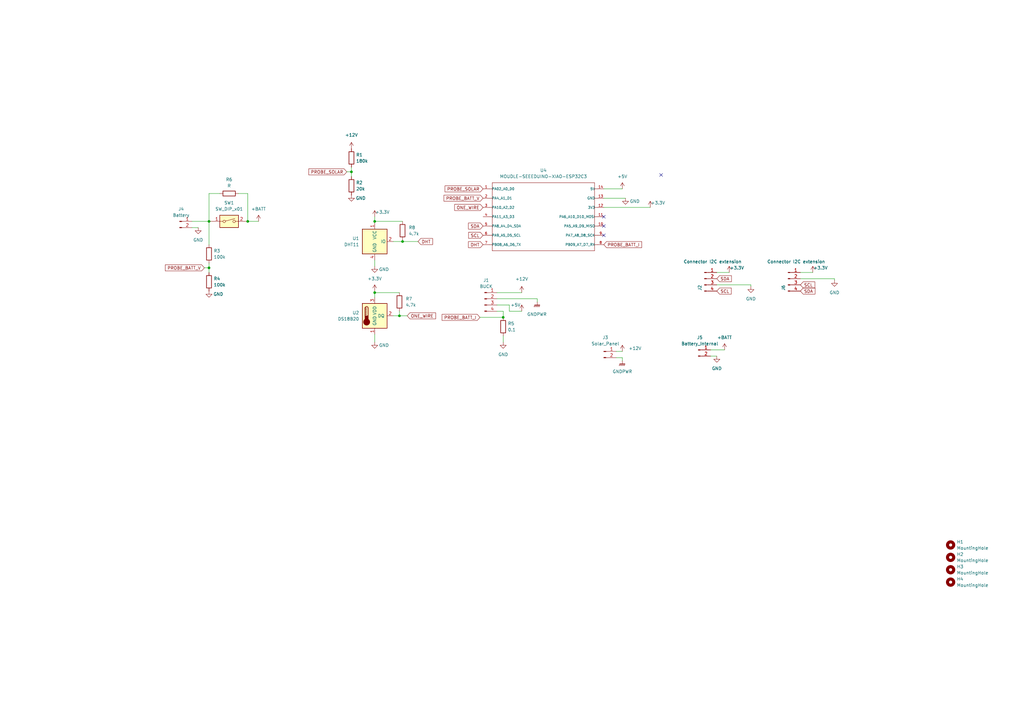
<source format=kicad_sch>
(kicad_sch (version 20211123) (generator eeschema)
  (paper "A3")
  (lib_symbols
    (symbol "Connector:Conn_01x02_Male" (pin_names (offset 1.016) hide)
      (property "Reference" "J" (at 0 2.54 0))
      (property "Value" "Conn_01x02_Male" (at 0 -5.08 0))
      (symbol "Conn_01x02_Male_1_1"
        (polyline (pts (xy 1.27 -2.54) (xy 0.8636 -2.54)) (stroke (width 0.1524)))
        (polyline (pts (xy 1.27 0) (xy 0.8636 0)) (stroke (width 0.1524)))
        (rectangle (start 0.8636 -2.413) (end 0 -2.667) (stroke (width 0.1524)) (fill (type outline)))
        (rectangle (start 0.8636 0.127) (end 0 -0.127) (stroke (width 0.1524)) (fill (type outline)))
        (pin passive line (at 5.08 0 180) (length 3.81) (name "Pin_1") (number "1"))
        (pin passive line (at 5.08 -2.54 180) (length 3.81) (name "Pin_2") (number "2"))
      )
    )
    (symbol "Connector:Conn_01x04_Male" (pin_names (offset 1.016) hide)
      (property "Reference" "J" (at 0 5.08 0))
      (property "Value" "Conn_01x04_Male" (at 0 -7.62 0))
      (symbol "Conn_01x04_Male_1_1"
        (polyline (pts (xy 1.27 -5.08) (xy 0.8636 -5.08)) (stroke (width 0.1524)))
        (polyline (pts (xy 1.27 -2.54) (xy 0.8636 -2.54)) (stroke (width 0.1524)))
        (polyline (pts (xy 1.27 0) (xy 0.8636 0)) (stroke (width 0.1524)))
        (polyline (pts (xy 1.27 2.54) (xy 0.8636 2.54)) (stroke (width 0.1524)))
        (rectangle (start 0.8636 -4.953) (end 0 -5.207) (stroke (width 0.1524)) (fill (type outline)))
        (rectangle (start 0.8636 -2.413) (end 0 -2.667) (stroke (width 0.1524)) (fill (type outline)))
        (rectangle (start 0.8636 0.127) (end 0 -0.127) (stroke (width 0.1524)) (fill (type outline)))
        (rectangle (start 0.8636 2.667) (end 0 2.413) (stroke (width 0.1524)) (fill (type outline)))
        (pin passive line (at 5.08 2.54 180) (length 3.81) (name "Pin_1") (number "1"))
        (pin passive line (at 5.08 0 180) (length 3.81) (name "Pin_2") (number "2"))
        (pin passive line (at 5.08 -2.54 180) (length 3.81) (name "Pin_3") (number "3"))
        (pin passive line (at 5.08 -5.08 180) (length 3.81) (name "Pin_4") (number "4"))
      )
    )
    (symbol "Device:R" (pin_numbers hide) (pin_names (offset 0))
      (property "Reference" "R" (at 2.032 0 90))
      (property "Value" "R" (at 0 0 90))
      (symbol "R_0_1"
        (rectangle (start -1.016 -2.54) (end 1.016 2.54) (stroke (width 0.254)))
      )
      (symbol "R_1_1"
        (pin passive line (at 0 3.81 270) (length 1.27) (name "~") (number "1"))
        (pin passive line (at 0 -3.81 90) (length 1.27) (name "~") (number "2"))
      )
    )
    (symbol "Mechanical:MountingHole" (pin_names (offset 1.016))
      (property "Reference" "H" (at 0 5.08 0))
      (property "Value" "MountingHole" (at 0 3.175 0))
      (symbol "MountingHole_0_1"
        (circle (center 0 0) (radius 1.27) (stroke (width 1.27)))
      )
    )
    (symbol "Project:MOUDLE-SEEEDUINO-XIAO-ESP32C3" (pin_names (offset 1.016))
      (property "Reference" "U" (at -21.59 15.24 0))
      (property "Value" "MOUDLE-SEEEDUINO-XIAO-ESP32C3" (at -21.59 13.97 0))
      (symbol "MOUDLE-SEEEDUINO-XIAO-ESP32C3_0_0"
        (polyline (pts (xy -21.59 -13.97) (xy -21.59 0)) (stroke (width 0.1524)))
        (polyline (pts (xy -21.59 -11.43) (xy -22.86 -11.43)) (stroke (width 0.1524)))
        (polyline (pts (xy -21.59 -7.62) (xy -22.86 -7.62)) (stroke (width 0.1524)))
        (polyline (pts (xy -21.59 -3.81) (xy -22.86 -3.81)) (stroke (width 0.1524)))
        (polyline (pts (xy -21.59 0) (xy -22.86 0)) (stroke (width 0.1524)))
        (polyline (pts (xy -21.59 0) (xy -21.59 3.81)) (stroke (width 0.1524)))
        (polyline (pts (xy -21.59 3.81) (xy -22.86 3.81)) (stroke (width 0.1524)))
        (polyline (pts (xy -21.59 3.81) (xy -21.59 7.62)) (stroke (width 0.1524)))
        (polyline (pts (xy -21.59 7.62) (xy -22.86 7.62)) (stroke (width 0.1524)))
        (polyline (pts (xy -21.59 7.62) (xy -21.59 11.43)) (stroke (width 0.1524)))
        (polyline (pts (xy -21.59 11.43) (xy -22.86 11.43)) (stroke (width 0.1524)))
        (polyline (pts (xy -21.59 11.43) (xy -21.59 13.97)) (stroke (width 0.1524)))
        (polyline (pts (xy -21.59 13.97) (xy 20.32 13.97)) (stroke (width 0.1524)))
        (polyline (pts (xy 20.32 -13.97) (xy -21.59 -13.97)) (stroke (width 0.1524)))
        (polyline (pts (xy 20.32 3.81) (xy 20.32 -13.97)) (stroke (width 0.1524)))
        (polyline (pts (xy 20.32 7.62) (xy 20.32 3.81)) (stroke (width 0.1524)))
        (polyline (pts (xy 20.32 11.43) (xy 20.32 7.62)) (stroke (width 0.1524)))
        (polyline (pts (xy 20.32 13.97) (xy 20.32 11.43)) (stroke (width 0.1524)))
        (polyline (pts (xy 21.59 -11.43) (xy 20.32 -11.43)) (stroke (width 0.1524)))
        (polyline (pts (xy 21.59 -7.62) (xy 20.32 -7.62)) (stroke (width 0.1524)))
        (polyline (pts (xy 21.59 -3.81) (xy 20.32 -3.81)) (stroke (width 0.1524)))
        (polyline (pts (xy 21.59 0) (xy 20.32 0)) (stroke (width 0.1524)))
        (polyline (pts (xy 21.59 3.81) (xy 20.32 3.81)) (stroke (width 0.1524)))
        (polyline (pts (xy 21.59 7.62) (xy 20.32 7.62)) (stroke (width 0.1524)))
        (polyline (pts (xy 21.59 11.43) (xy 20.32 11.43)) (stroke (width 0.1524)))
        (pin bidirectional line (at -25.4 11.43 0) (length 2.54) (name "PA02_A0_D0") (number "1"))
        (pin bidirectional line (at 24.13 -3.81 180) (length 2.54) (name "PA5_A9_D9_MISO") (number "10"))
        (pin bidirectional line (at 24.13 0 180) (length 2.54) (name "PA6_A10_D10_MOSI") (number "11"))
        (pin bidirectional line (at 24.13 3.81 180) (length 2.54) (name "3V3") (number "12"))
        (pin bidirectional line (at 24.13 7.62 180) (length 2.54) (name "GND") (number "13"))
        (pin bidirectional line (at 24.13 11.43 180) (length 2.54) (name "5V") (number "14"))
        (pin bidirectional line (at -25.4 7.62 0) (length 2.54) (name "PA4_A1_D1") (number "2"))
        (pin bidirectional line (at -25.4 3.81 0) (length 2.54) (name "PA10_A2_D2") (number "3"))
        (pin bidirectional line (at -25.4 0 0) (length 2.54) (name "PA11_A3_D3") (number "4"))
        (pin bidirectional line (at -25.4 -3.81 0) (length 2.54) (name "PA8_A4_D4_SDA") (number "5"))
        (pin bidirectional line (at -25.4 -7.62 0) (length 2.54) (name "PA9_A5_D5_SCL") (number "6"))
        (pin bidirectional line (at -25.4 -11.43 0) (length 2.54) (name "PB08_A6_D6_TX") (number "7"))
        (pin bidirectional line (at 24.13 -11.43 180) (length 2.54) (name "PB09_A7_D7_RX") (number "8"))
        (pin bidirectional line (at 24.13 -7.62 180) (length 2.54) (name "PA7_A8_D8_SCK") (number "9"))
      )
    )
    (symbol "Sensor:DHT11"
      (property "Reference" "U" (at -3.81 6.35 0))
      (property "Value" "DHT11" (at 3.81 6.35 0))
      (symbol "DHT11_0_1"
        (rectangle (start -5.08 5.08) (end 5.08 -5.08) (stroke (width 0.254)) (fill (type background)))
      )
      (symbol "DHT11_1_1"
        (pin power_in line (at 0 7.62 270) (length 2.54) (name "VCC") (number "1"))
        (pin bidirectional line (at 7.62 0 180) (length 2.54) (name "IO") (number "2"))
        (pin no_connect line (at -5.08 0 0) (length 2.54) hide (name "NC") (number "3"))
        (pin power_in line (at 0 -7.62 90) (length 2.54) (name "GND") (number "4"))
      )
    )
    (symbol "Sensor_Temperature:DS18B20" (pin_names (offset 1.016))
      (property "Reference" "U" (at -3.81 6.35 0))
      (property "Value" "DS18B20" (at 6.35 6.35 0))
      (symbol "DS18B20_0_1"
        (rectangle (start -5.08 5.08) (end 5.08 -5.08) (stroke (width 0.254)) (fill (type background)))
        (circle (center -3.302 -2.54) (radius 1.27) (stroke (width 0.254)) (fill (type outline)))
        (rectangle (start -2.667 -1.905) (end -3.937 0) (stroke (width 0.254)) (fill (type outline)))
        (arc (start -2.667 3.175) (mid -3.302 3.81) (end -3.937 3.175) (stroke (width 0.254)))
        (polyline (pts (xy -3.937 0.635) (xy -3.302 0.635)) (stroke (width 0.254)))
        (polyline (pts (xy -3.937 1.27) (xy -3.302 1.27)) (stroke (width 0.254)))
        (polyline (pts (xy -3.937 1.905) (xy -3.302 1.905)) (stroke (width 0.254)))
        (polyline (pts (xy -3.937 2.54) (xy -3.302 2.54)) (stroke (width 0.254)))
        (polyline (pts (xy -3.937 3.175) (xy -3.937 0)) (stroke (width 0.254)))
        (polyline (pts (xy -3.937 3.175) (xy -3.302 3.175)) (stroke (width 0.254)))
        (polyline (pts (xy -2.667 3.175) (xy -2.667 0)) (stroke (width 0.254)))
      )
      (symbol "DS18B20_1_1"
        (pin power_in line (at 0 -7.62 90) (length 2.54) (name "GND") (number "1"))
        (pin bidirectional line (at 7.62 0 180) (length 2.54) (name "DQ") (number "2"))
        (pin power_in line (at 0 7.62 270) (length 2.54) (name "VDD") (number "3"))
      )
    )
    (symbol "Switch:SW_DIP_x01" (pin_names (offset 0) hide)
      (property "Reference" "SW" (at 0 3.81 0))
      (property "Value" "SW_DIP_x01" (at 0 -3.81 0))
      (symbol "SW_DIP_x01_0_0"
        (circle (center -2.032 0) (radius 0.508))
        (polyline (pts (xy -1.524 0.127) (xy 2.3622 1.1684)))
        (circle (center 2.032 0) (radius 0.508))
      )
      (symbol "SW_DIP_x01_0_1"
        (rectangle (start -3.81 2.54) (end 3.81 -2.54) (stroke (width 0.254)) (fill (type background)))
      )
      (symbol "SW_DIP_x01_1_1"
        (pin passive line (at -7.62 0 0) (length 5.08) (name "~") (number "1"))
        (pin passive line (at 7.62 0 180) (length 5.08) (name "~") (number "2"))
      )
    )
    (symbol "power:+12V" (power) (pin_names (offset 0))
      (property "Value" "+12V" (at 0 3.556 0))
      (symbol "+12V_0_1"
        (polyline (pts (xy -0.762 1.27) (xy 0 2.54)))
        (polyline (pts (xy 0 0) (xy 0 2.54)))
        (polyline (pts (xy 0 2.54) (xy 0.762 1.27)))
      )
      (symbol "+12V_1_1"
        (pin power_in line (at 0 0 90) (length 0) hide (name "+12V") (number "1"))
      )
    )
    (symbol "power:+3.3V" (power) (pin_names (offset 0))
      (property "Value" "+3.3V" (at 0 3.556 0))
      (symbol "+3.3V_0_1"
        (polyline (pts (xy -0.762 1.27) (xy 0 2.54)))
        (polyline (pts (xy 0 0) (xy 0 2.54)))
        (polyline (pts (xy 0 2.54) (xy 0.762 1.27)))
      )
      (symbol "+3.3V_1_1"
        (pin power_in line (at 0 0 90) (length 0) hide (name "+3.3V") (number "1"))
      )
    )
    (symbol "power:+5V" (power) (pin_names (offset 0))
      (property "Value" "+5V" (at 0 3.556 0))
      (symbol "+5V_0_1"
        (polyline (pts (xy -0.762 1.27) (xy 0 2.54)))
        (polyline (pts (xy 0 0) (xy 0 2.54)))
        (polyline (pts (xy 0 2.54) (xy 0.762 1.27)))
      )
      (symbol "+5V_1_1"
        (pin power_in line (at 0 0 90) (length 0) hide (name "+5V") (number "1"))
      )
    )
    (symbol "power:+BATT" (power) (pin_names (offset 0))
      (property "Value" "+BATT" (at 0 3.556 0))
      (symbol "+BATT_0_1"
        (polyline (pts (xy -0.762 1.27) (xy 0 2.54)))
        (polyline (pts (xy 0 0) (xy 0 2.54)))
        (polyline (pts (xy 0 2.54) (xy 0.762 1.27)))
      )
      (symbol "+BATT_1_1"
        (pin power_in line (at 0 0 90) (length 0) hide (name "+BATT") (number "1"))
      )
    )
    (symbol "power:GND" (power) (pin_names (offset 0))
      (property "Value" "GND" (at 0 -3.81 0))
      (symbol "GND_0_1"
        (polyline (pts (xy 0 0) (xy 0 -1.27) (xy 1.27 -1.27) (xy 0 -2.54) (xy -1.27 -1.27) (xy 0 -1.27)))
      )
      (symbol "GND_1_1"
        (pin power_in line (at 0 0 270) (length 0) hide (name "GND") (number "1"))
      )
    )
    (symbol "power:GNDPWR" (power) (pin_names (offset 0))
      (property "Value" "GNDPWR" (at 0 -3.302 0))
      (symbol "GNDPWR_0_1"
        (polyline (pts (xy 0 -1.27) (xy 0 0)))
        (polyline (pts (xy -1.016 -1.27) (xy -1.27 -2.032) (xy -1.27 -2.032)) (stroke (width 0.2032)))
        (polyline (pts (xy -0.508 -1.27) (xy -0.762 -2.032) (xy -0.762 -2.032)) (stroke (width 0.2032)))
        (polyline (pts (xy 0 -1.27) (xy -0.254 -2.032) (xy -0.254 -2.032)) (stroke (width 0.2032)))
        (polyline (pts (xy 0.508 -1.27) (xy 0.254 -2.032) (xy 0.254 -2.032)) (stroke (width 0.2032)))
        (polyline (pts (xy 1.016 -1.27) (xy -1.016 -1.27) (xy -1.016 -1.27)) (stroke (width 0.2032)))
        (polyline (pts (xy 1.016 -1.27) (xy 0.762 -2.032) (xy 0.762 -2.032) (xy 0.762 -2.032)) (stroke (width 0.2032)))
      )
      (symbol "GNDPWR_1_1"
        (pin power_in line (at 0 0 270) (length 0) hide (name "GNDPWR") (number "1"))
      )
    )
  )
  (junction (at 85.725 109.855))
  (junction (at 85.725 90.805))
  (junction (at 101.6 90.805))
  (junction (at 206.375 130.175))
  (junction (at 165.1 99.06))
  (junction (at 163.83 129.54))
  (junction (at 144.145 70.485))
  (junction (at 153.67 90.805))
  (junction (at 153.67 120.015))
  (no_connect (at 271.145 71.755))
  (no_connect (at 247.65 92.71))
  (no_connect (at 247.65 88.9))
  (no_connect (at 247.65 96.52))
  (wire (pts (xy 85.725 90.805) (xy 85.725 100.33)))
  (wire (pts (xy 85.725 107.95) (xy 85.725 109.855)))
  (wire (pts (xy 203.835 125.095) (xy 208.915 125.095)))
  (wire (pts (xy 163.83 129.54) (xy 167.005 129.54)))
  (wire (pts (xy 83.82 109.855) (xy 85.725 109.855)))
  (wire (pts (xy 85.725 79.375) (xy 90.17 79.375)))
  (wire (pts (xy 142.24 70.485) (xy 144.145 70.485)))
  (wire (pts (xy 153.67 88.9) (xy 153.67 90.805)))
  (wire (pts (xy 328.295 114.3) (xy 342.265 114.3)))
  (wire (pts (xy 97.79 79.375) (xy 101.6 79.375)))
  (wire (pts (xy 153.67 120.015) (xy 153.67 121.92)))
  (wire (pts (xy 208.915 127.635) (xy 213.995 127.635)))
  (wire (pts (xy 85.725 90.805) (xy 86.36 90.805)))
  (wire (pts (xy 294.005 111.76) (xy 299.085 111.76)))
  (wire (pts (xy 255.27 146.685) (xy 255.27 147.955)))
  (wire (pts (xy 78.74 93.345) (xy 81.28 93.345)))
  (wire (pts (xy 307.975 116.84) (xy 307.975 117.475)))
  (wire (pts (xy 203.835 122.555) (xy 220.345 122.555)))
  (wire (pts (xy 144.145 68.58) (xy 144.145 70.485)))
  (wire (pts (xy 153.67 90.805) (xy 153.67 91.44)))
  (wire (pts (xy 165.1 90.805) (xy 153.67 90.805)))
  (wire (pts (xy 247.65 85.09) (xy 266.7 85.09)))
  (wire (pts (xy 203.835 120.015) (xy 213.995 120.015)))
  (wire (pts (xy 85.725 90.805) (xy 85.725 79.375)))
  (wire (pts (xy 161.29 99.06) (xy 165.1 99.06)))
  (wire (pts (xy 161.29 129.54) (xy 163.83 129.54)))
  (wire (pts (xy 206.375 137.795) (xy 206.375 140.335)))
  (wire (pts (xy 85.725 109.855) (xy 85.725 111.76)))
  (wire (pts (xy 342.265 114.3) (xy 342.265 114.935)))
  (wire (pts (xy 328.295 111.76) (xy 333.375 111.76)))
  (wire (pts (xy 101.6 79.375) (xy 101.6 90.805)))
  (wire (pts (xy 247.65 77.47) (xy 255.27 77.47)))
  (wire (pts (xy 78.74 90.805) (xy 85.725 90.805)))
  (wire (pts (xy 247.65 81.28) (xy 256.54 81.28)))
  (wire (pts (xy 252.73 144.145) (xy 255.27 144.145)))
  (wire (pts (xy 153.67 137.16) (xy 153.67 140.335)))
  (wire (pts (xy 196.85 130.175) (xy 206.375 130.175)))
  (wire (pts (xy 165.1 99.06) (xy 171.45 99.06)))
  (wire (pts (xy 165.1 98.425) (xy 165.1 99.06)))
  (wire (pts (xy 153.67 120.015) (xy 163.83 120.015)))
  (wire (pts (xy 206.375 127.635) (xy 206.375 130.175)))
  (wire (pts (xy 153.67 106.68) (xy 153.67 109.22)))
  (wire (pts (xy 252.73 146.685) (xy 255.27 146.685)))
  (wire (pts (xy 291.465 143.51) (xy 297.18 143.51)))
  (wire (pts (xy 101.6 90.805) (xy 106.045 90.805)))
  (wire (pts (xy 153.67 119.38) (xy 153.67 120.015)))
  (wire (pts (xy 294.005 116.84) (xy 307.975 116.84)))
  (wire (pts (xy 208.915 125.095) (xy 208.915 127.635)))
  (wire (pts (xy 291.465 146.05) (xy 294.005 146.05)))
  (wire (pts (xy 144.145 70.485) (xy 144.145 72.39)))
  (wire (pts (xy 220.345 122.555) (xy 220.345 123.825)))
  (wire (pts (xy 163.83 127.635) (xy 163.83 129.54)))
  (wire (pts (xy 203.835 127.635) (xy 206.375 127.635)))
  (global_label "ONE_WIRE" (shape input) (at 198.12 85.09 180) (property "Intersheet References" "${INTERSHEET_REFS}" (effects hide)))
  (global_label "SCL" (shape input) (at 198.12 96.52 180) (property "Intersheet References" "${INTERSHEET_REFS}" (effects hide)))
  (global_label "PROBE_SOLAR" (shape input) (at 198.12 77.47 180) (property "Intersheet References" "${INTERSHEET_REFS}" (effects hide)))
  (global_label "DHT" (shape input) (at 171.45 99.06 0) (property "Intersheet References" "${INTERSHEET_REFS}" (effects hide)))
  (global_label "ONE_WIRE" (shape input) (at 167.005 129.54 0) (property "Intersheet References" "${INTERSHEET_REFS}" (effects hide)))
  (global_label "SDA" (shape input) (at 198.12 92.71 180) (property "Intersheet References" "${INTERSHEET_REFS}" (effects hide)))
  (global_label "DHT" (shape input) (at 198.12 100.33 180) (property "Intersheet References" "${INTERSHEET_REFS}" (effects hide)))
  (global_label "SDA" (shape input) (at 328.295 119.38 0) (property "Intersheet References" "${INTERSHEET_REFS}" (effects hide)))
  (global_label "PROBE_BATT_I" (shape input) (at 196.85 130.175 180) (property "Intersheet References" "${INTERSHEET_REFS}" (effects hide)))
  (global_label "SCL" (shape input) (at 328.295 116.84 0) (property "Intersheet References" "${INTERSHEET_REFS}" (effects hide)))
  (global_label "PROBE_BATT_V" (shape input) (at 83.82 109.855 180) (property "Intersheet References" "${INTERSHEET_REFS}" (effects hide)))
  (global_label "SCL" (shape input) (at 294.005 119.38 0) (property "Intersheet References" "${INTERSHEET_REFS}" (effects hide)))
  (global_label "SDA" (shape input) (at 294.005 114.3 0) (property "Intersheet References" "${INTERSHEET_REFS}" (effects hide)))
  (global_label "PROBE_BATT_V" (shape input) (at 198.12 81.28 180) (property "Intersheet References" "${INTERSHEET_REFS}" (effects hide)))
  (global_label "PROBE_SOLAR" (shape input) (at 142.24 70.485 180) (property "Intersheet References" "${INTERSHEET_REFS}" (effects hide)))
  (global_label "PROBE_BATT_I" (shape input) (at 247.65 100.33 0) (property "Intersheet References" "${INTERSHEET_REFS}" (effects hide)))
  (symbol (lib_id "Connector:Conn_01x04_Male") (at 288.925 114.3 0) (unit 1)
    (property "Reference" "J2" (at 287.02 116.8401 90) (effects (justify right)))
    (property "Value" "Connector I2C extension" (at 304.165 107.315 0) (effects (justify right)))
    (property "Footprint" "Connector_PinHeader_2.54mm:PinHeader_1x04_P2.54mm_Vertical" (effects hide))
  )
  (symbol (lib_id "Project:MOUDLE-SEEEDUINO-XIAO-ESP32C3") (at 223.52 88.9 0) (unit 1)
    (property "Reference" "U4" (at 222.885 69.85 0))
    (property "Value" "MOUDLE-SEEEDUINO-XIAO-ESP32C3" (at 222.885 72.39 0))
    (property "Footprint" "footprints:MOUDLE14P-SMD-2.54-21X17.8MM" (effects hide))
  )
  (symbol (lib_id "Device:R") (at 206.375 133.985 0) (unit 1)
    (property "Reference" "R5" (at 208.28 132.7149 0) (effects (justify left)))
    (property "Value" "0.1" (at 208.28 135.2549 0) (effects (justify left)))
    (property "Footprint" "Resistor_SMD:R_1206_3216Metric_Pad1.30x1.75mm_HandSolder" (effects hide))
  )
  (symbol (lib_id "power:+5V") (at 255.27 77.47 0) (unit 1)
    (property "Reference" "#PWR0111" (effects hide))
    (property "Value" "+5V" (at 255.27 72.39 0))
  )
  (symbol (lib_id "Mechanical:MountingHole") (at 389.89 223.52 0) (unit 1)
    (property "Reference" "H1" (at 392.43 222.2499 0) (effects (justify left)))
    (property "Value" "MountingHole" (at 392.43 224.7899 0) (effects (justify left)))
    (property "Footprint" "MountingHole:MountingHole_3.2mm_M3_ISO7380" (effects hide))
  )
  (symbol (lib_id "Connector:Conn_01x02_Male") (at 73.66 90.805 0) (unit 1)
    (property "Reference" "J4" (at 74.295 85.725 0))
    (property "Value" "Battery" (at 74.295 88.265 0))
    (property "Footprint" "SolderPads:SolderWirePad_5.08x2" (effects hide))
  )
  (symbol (lib_id "power:+3.3V") (at 153.67 119.38 0) (unit 1)
    (property "Reference" "#PWR0117" (effects hide))
    (property "Value" "+3.3V" (at 153.67 114.3 0))
  )
  (symbol (lib_id "Device:R") (at 165.1 94.615 0) (unit 1)
    (property "Reference" "R8" (at 167.64 93.3449 0) (effects (justify left)))
    (property "Value" "4.7k" (at 167.64 95.8849 0) (effects (justify left)))
    (property "Footprint" "Resistor_SMD:R_1206_3216Metric_Pad1.30x1.75mm_HandSolder" (effects hide))
  )
  (symbol (lib_id "power:+12V") (at 144.145 60.96 0) (unit 1)
    (property "Reference" "#PWR0110" (effects hide))
    (property "Value" "+12V" (at 144.145 55.372 0))
  )
  (symbol (lib_id "power:+3.3V") (at 153.67 88.9 0) (unit 1)
    (property "Reference" "#PWR0109" (effects hide))
    (property "Value" "+3.3V" (at 156.845 86.995 0))
  )
  (symbol (lib_id "power:GND") (at 81.28 93.345 0) (unit 1)
    (property "Reference" "#PWR0119" (effects hide))
    (property "Value" "GND" (at 81.28 98.425 0))
  )
  (symbol (lib_id "Mechanical:MountingHole") (at 389.89 228.6 0) (unit 1)
    (property "Reference" "H2" (at 392.43 227.3299 0) (effects (justify left)))
    (property "Value" "MountingHole" (at 392.43 229.8699 0) (effects (justify left)))
    (property "Footprint" "MountingHole:MountingHole_3.2mm_M3_ISO7380" (effects hide))
  )
  (symbol (lib_id "power:+12V") (at 255.27 144.145 0) (mirror y) (unit 1)
    (property "Reference" "#PWR0122" (effects hide))
    (property "Value" "+12V" (at 257.81 142.8749 0) (effects (justify right)))
  )
  (symbol (lib_id "power:GND") (at 144.145 80.01 0) (unit 1)
    (property "Reference" "#PWR0114" (effects hide))
    (property "Value" "GND" (at 147.955 81.28 0))
  )
  (symbol (lib_id "Connector:Conn_01x04_Male") (at 198.755 122.555 0) (unit 1)
    (property "Reference" "J1" (at 199.39 114.935 0))
    (property "Value" "BUCK" (at 199.39 117.475 0))
    (property "Footprint" "BuckAliexpress:BUCK 18x12mm" (effects hide))
  )
  (symbol (lib_id "power:GND") (at 153.67 109.22 0) (unit 1)
    (property "Reference" "#PWR0113" (effects hide))
    (property "Value" "GND" (at 157.48 110.49 0))
  )
  (symbol (lib_id "power:+3.3V") (at 266.7 85.09 0) (unit 1)
    (property "Reference" "#PWR0107" (effects hide))
    (property "Value" "+3.3V" (at 269.875 83.185 0))
  )
  (symbol (lib_id "power:GND") (at 85.725 119.38 0) (unit 1)
    (property "Reference" "#PWR0108" (effects hide))
    (property "Value" "GND" (at 89.535 120.65 0))
  )
  (symbol (lib_id "Sensor_Temperature:DS18B20") (at 153.67 129.54 0) (unit 1)
    (property "Reference" "U2" (at 147.32 128.2699 0) (effects (justify right)))
    (property "Value" "DS18B20" (at 147.32 130.8099 0) (effects (justify right)))
    (property "Footprint" "Connector_PinHeader_2.54mm:PinHeader_1x03_P2.54mm_Vertical" (effects hide))
    (property "Datasheet" "http://datasheets.maximintegrated.com/en/ds/DS18B20.pdf" (effects hide))
  )
  (symbol (lib_id "power:GND") (at 342.265 114.935 0) (unit 1)
    (property "Reference" "#PWR0112" (effects hide))
    (property "Value" "GND" (at 342.265 120.015 0))
  )
  (symbol (lib_id "Connector:Conn_01x02_Male") (at 286.385 143.51 0) (unit 1)
    (property "Reference" "J5" (at 287.02 138.43 0))
    (property "Value" "Battery_Internal" (at 287.02 140.97 0))
    (property "Footprint" "SolderPads:SolderWirePad_3x2" (effects hide))
  )
  (symbol (lib_id "power:GNDPWR") (at 255.27 147.955 0) (unit 1)
    (property "Reference" "#PWR0120" (effects hide))
    (property "Value" "GNDPWR" (at 255.27 152.4 0))
  )
  (symbol (lib_id "power:GND") (at 256.54 81.28 0) (unit 1)
    (property "Reference" "#PWR0116" (effects hide))
    (property "Value" "GND" (at 260.35 82.55 0))
  )
  (symbol (lib_id "power:GND") (at 153.67 140.335 0) (unit 1)
    (property "Reference" "#PWR0115" (effects hide))
    (property "Value" "GND" (at 157.48 141.605 0))
  )
  (symbol (lib_id "Connector:Conn_01x02_Male") (at 247.65 144.145 0) (unit 1)
    (property "Reference" "J3" (at 248.285 138.43 0))
    (property "Value" "Solar_Panel" (at 248.285 140.97 0))
    (property "Footprint" "SolderPads:SolderWirePad_5.08x2" (effects hide))
  )
  (symbol (lib_id "Device:R") (at 144.145 76.2 0) (unit 1)
    (property "Reference" "R2" (at 146.05 74.9299 0) (effects (justify left)))
    (property "Value" "20k" (at 146.05 77.4699 0) (effects (justify left)))
    (property "Footprint" "Resistor_SMD:R_1206_3216Metric_Pad1.30x1.75mm_HandSolder" (effects hide))
  )
  (symbol (lib_id "power:+BATT") (at 106.045 90.805 0) (mirror y) (unit 1)
    (property "Reference" "#PWR0121" (effects hide))
    (property "Value" "+BATT" (at 106.045 85.725 0))
  )
  (symbol (lib_id "Device:R") (at 85.725 115.57 0) (unit 1)
    (property "Reference" "R4" (at 87.63 114.2999 0) (effects (justify left)))
    (property "Value" "100k" (at 87.63 116.8399 0) (effects (justify left)))
    (property "Footprint" "Resistor_SMD:R_1206_3216Metric_Pad1.30x1.75mm_HandSolder" (effects hide))
  )
  (symbol (lib_id "power:+5V") (at 213.995 127.635 0) (unit 1)
    (property "Reference" "#PWR0101" (effects hide))
    (property "Value" "+5V" (at 211.455 125.095 0))
  )
  (symbol (lib_id "Connector:Conn_01x04_Male") (at 323.215 114.3 0) (unit 1)
    (property "Reference" "J6" (at 321.31 116.8401 90) (effects (justify right)))
    (property "Value" "Connector I2C extension" (at 338.455 107.315 0) (effects (justify right)))
    (property "Footprint" "Connector_PinHeader_2.54mm:PinHeader_1x04_P2.54mm_Vertical" (effects hide))
  )
  (symbol (lib_id "Switch:SW_DIP_x01") (at 93.98 90.805 0) (unit 1)
    (property "Reference" "SW1" (at 93.98 83.185 0))
    (property "Value" "SW_DIP_x01" (at 93.98 85.725 0))
    (property "Footprint" "Button_Switch_THT:SW_DIP_SPSTx01_Slide_9.78x4.72mm_W7.62mm_P2.54mm" (effects hide))
  )
  (symbol (lib_id "power:+BATT") (at 297.18 143.51 0) (mirror y) (unit 1)
    (property "Reference" "#PWR0123" (effects hide))
    (property "Value" "+BATT" (at 297.18 138.43 0))
  )
  (symbol (lib_id "Device:R") (at 85.725 104.14 0) (unit 1)
    (property "Reference" "R3" (at 87.63 102.8699 0) (effects (justify left)))
    (property "Value" "100k" (at 87.63 105.4099 0) (effects (justify left)))
    (property "Footprint" "Resistor_SMD:R_1206_3216Metric_Pad1.30x1.75mm_HandSolder" (effects hide))
  )
  (symbol (lib_id "power:GND") (at 206.375 140.335 0) (unit 1)
    (property "Reference" "#PWR0103" (effects hide))
    (property "Value" "GND" (at 206.375 145.415 0))
  )
  (symbol (lib_id "Mechanical:MountingHole") (at 389.89 233.68 0) (unit 1)
    (property "Reference" "H3" (at 392.43 232.4099 0) (effects (justify left)))
    (property "Value" "MountingHole" (at 392.43 234.9499 0) (effects (justify left)))
    (property "Footprint" "MountingHole:MountingHole_3.2mm_M3_ISO7380" (effects hide))
  )
  (symbol (lib_id "Mechanical:MountingHole") (at 389.89 238.76 0) (unit 1)
    (property "Reference" "H4" (at 392.43 237.4899 0) (effects (justify left)))
    (property "Value" "MountingHole" (at 392.43 240.0299 0) (effects (justify left)))
    (property "Footprint" "MountingHole:MountingHole_3.2mm_M3_ISO7380" (effects hide))
  )
  (symbol (lib_id "power:GND") (at 307.975 117.475 0) (unit 1)
    (property "Reference" "#PWR0106" (effects hide))
    (property "Value" "GND" (at 307.975 122.555 0))
  )
  (symbol (lib_id "Device:R") (at 163.83 123.825 0) (unit 1)
    (property "Reference" "R7" (at 166.37 122.5549 0) (effects (justify left)))
    (property "Value" "4.7k" (at 166.37 125.0949 0) (effects (justify left)))
    (property "Footprint" "Resistor_SMD:R_1206_3216Metric_Pad1.30x1.75mm_HandSolder" (effects hide))
  )
  (symbol (lib_id "power:GND") (at 294.005 146.05 0) (unit 1)
    (property "Reference" "#PWR0118" (effects hide))
    (property "Value" "GND" (at 294.005 151.13 0))
  )
  (symbol (lib_id "Device:R") (at 144.145 64.77 0) (unit 1)
    (property "Reference" "R1" (at 146.05 63.4999 0) (effects (justify left)))
    (property "Value" "180k" (at 146.05 66.0399 0) (effects (justify left)))
    (property "Footprint" "Resistor_SMD:R_1206_3216Metric_Pad1.30x1.75mm_HandSolder" (effects hide))
  )
  (symbol (lib_id "Sensor:DHT11") (at 153.67 99.06 0) (unit 1)
    (property "Reference" "U1" (at 147.32 97.7899 0) (effects (justify right)))
    (property "Value" "DHT11" (at 147.32 100.3299 0) (effects (justify right)))
    (property "Footprint" "Sensor:Aosong_DHT11_5.5x12.0_P2.54mm" (effects hide))
    (property "Datasheet" "http://akizukidenshi.com/download/ds/aosong/DHT11.pdf" (effects hide))
  )
  (symbol (lib_id "power:+3.3V") (at 299.085 111.76 0) (unit 1)
    (property "Reference" "#PWR0104" (effects hide))
    (property "Value" "+3.3V" (at 302.26 109.855 0))
  )
  (symbol (lib_id "power:+12V") (at 213.995 120.015 0) (unit 1)
    (property "Reference" "#PWR0102" (effects hide))
    (property "Value" "+12V" (at 213.995 114.427 0))
  )
  (symbol (lib_id "power:+3.3V") (at 333.375 111.76 0) (unit 1)
    (property "Reference" "#PWR0124" (effects hide))
    (property "Value" "+3.3V" (at 336.55 109.855 0))
  )
  (symbol (lib_id "Device:R") (at 93.98 79.375 270) (mirror x) (unit 1)
    (property "Reference" "R6" (at 93.98 73.66 90))
    (property "Value" "R" (at 93.98 76.2 90))
    (property "Footprint" "Resistor_SMD:R_1206_3216Metric_Pad1.30x1.75mm_HandSolder" (effects hide))
  )
  (symbol (lib_id "power:GNDPWR") (at 220.345 123.825 0) (unit 1)
    (property "Reference" "#PWR0105" (effects hide))
    (property "Value" "GNDPWR" (at 220.218 128.905 0))
  )
)
</source>
